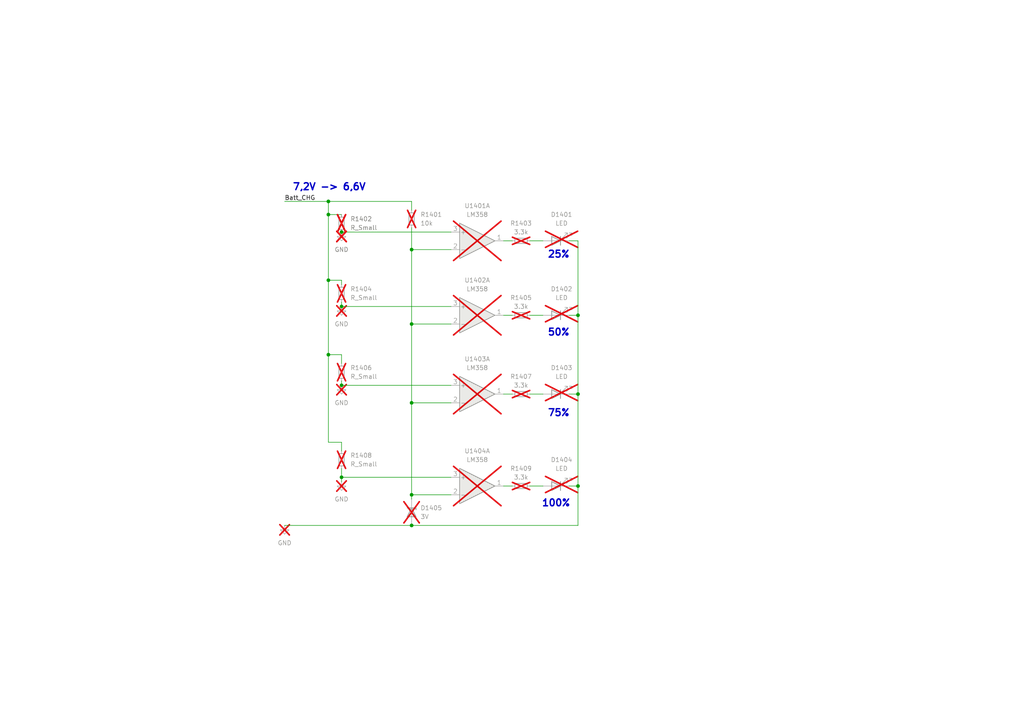
<source format=kicad_sch>
(kicad_sch (version 20231120) (generator "eeschema") (generator_version "8.0")
  (paper "A4")
  (lib_symbols
    (symbol "Amplifier_Operational:LM358" (pin_names (offset 0.127))
      (property "Reference" "U" (at 0 5.08 0))
      (property "Value" "LM358" (at 0 -5.08 0))
      (symbol "LM358_1_1"
        (polyline (pts (xy -5.08 5.08) (xy 5.08 0) (xy -5.08 -5.08) (xy -5.08 5.08)) (stroke (width 0.254)) (fill (type background)))
        (pin output line (at 7.62 0 180) (length 2.54) (name "~") (number "1"))
        (pin input line (at -7.62 -2.54 0) (length 2.54) (name "-") (number "2"))
        (pin input line (at -7.62 2.54 0) (length 2.54) (name "+") (number "3"))
      )
      (symbol "LM358_2_1"
        (polyline (pts (xy -5.08 5.08) (xy 5.08 0) (xy -5.08 -5.08) (xy -5.08 5.08)) (stroke (width 0.254)) (fill (type background)))
        (pin input line (at -7.62 2.54 0) (length 2.54) (name "+") (number "5"))
        (pin input line (at -7.62 -2.54 0) (length 2.54) (name "-") (number "6"))
        (pin output line (at 7.62 0 180) (length 2.54) (name "~") (number "7"))
      )
      (symbol "LM358_3_1"
        (pin power_in line (at -2.54 -7.62 90) (length 3.81) (name "V-") (number "4"))
        (pin power_in line (at -2.54 7.62 270) (length 3.81) (name "V+") (number "8"))
      )
    )
    (symbol "Device:D_Zener" (pin_numbers hide) (pin_names (offset 1.016) hide)
      (property "Reference" "D" (at 0 2.54 0))
      (property "Value" "D_Zener" (at 0 -2.54 0))
      (symbol "D_Zener_0_1"
        (polyline (pts (xy 1.27 0) (xy -1.27 0)))
        (polyline (pts (xy -1.27 -1.27) (xy -1.27 1.27) (xy -0.762 1.27)) (stroke (width 0.254)))
        (polyline (pts (xy 1.27 -1.27) (xy 1.27 1.27) (xy -1.27 0) (xy 1.27 -1.27)) (stroke (width 0.254)))
      )
      (symbol "D_Zener_1_1"
        (pin passive line (at -3.81 0 0) (length 2.54) (name "K") (number "1"))
        (pin passive line (at 3.81 0 180) (length 2.54) (name "A") (number "2"))
      )
    )
    (symbol "Device:LED" (pin_numbers hide) (pin_names (offset 1.016) hide)
      (property "Reference" "D" (at 0 2.54 0))
      (property "Value" "LED" (at 0 -2.54 0))
      (symbol "LED_0_1"
        (polyline (pts (xy -1.27 -1.27) (xy -1.27 1.27)) (stroke (width 0.254)))
        (polyline (pts (xy -1.27 0) (xy 1.27 0)))
        (polyline (pts (xy 1.27 -1.27) (xy 1.27 1.27) (xy -1.27 0) (xy 1.27 -1.27)) (stroke (width 0.254)))
        (polyline (pts (xy -3.048 -0.762) (xy -4.572 -2.286) (xy -3.81 -2.286) (xy -4.572 -2.286) (xy -4.572 -1.524)))
        (polyline (pts (xy -1.778 -0.762) (xy -3.302 -2.286) (xy -2.54 -2.286) (xy -3.302 -2.286) (xy -3.302 -1.524)))
      )
      (symbol "LED_1_1"
        (pin passive line (at -3.81 0 0) (length 2.54) (name "K") (number "1"))
        (pin passive line (at 3.81 0 180) (length 2.54) (name "A") (number "2"))
      )
    )
    (symbol "Device:R_Small" (pin_numbers hide) (pin_names (offset 0.254) hide)
      (property "Reference" "R" (at 0.762 0.508 0))
      (property "Value" "R_Small" (at 0.762 -1.016 0))
      (symbol "R_Small_0_1"
        (rectangle (start -0.762 1.778) (end 0.762 -1.778) (stroke (width 0.2032)))
      )
      (symbol "R_Small_1_1"
        (pin passive line (at 0 2.54 270) (length 0.762) (name "~") (number "1"))
        (pin passive line (at 0 -2.54 90) (length 0.762) (name "~") (number "2"))
      )
    )
    (symbol "GND_8" (power) (pin_numbers hide) (pin_names (offset 0) hide)
      (property "Value" "GND" (at 0 -3.81 0))
      (symbol "GND_8_0_1"
        (polyline (pts (xy 0 0) (xy 0 -1.27) (xy 1.27 -1.27) (xy 0 -2.54) (xy -1.27 -1.27) (xy 0 -1.27)))
      )
      (symbol "GND_8_1_1"
        (pin power_in line (at 0 0 270) (length 0) (name "~") (number "1"))
      )
    )
  )
  (junction (at 99.06 111.76))
  (junction (at 119.38 116.84))
  (junction (at 95.25 62.23))
  (junction (at 95.25 81.28))
  (junction (at 167.64 91.44))
  (junction (at 95.25 102.87))
  (junction (at 99.06 138.43))
  (junction (at 167.64 114.3))
  (junction (at 119.38 72.39))
  (junction (at 99.06 67.31))
  (junction (at 95.25 58.42))
  (junction (at 119.38 143.51))
  (junction (at 119.38 152.4))
  (junction (at 119.38 93.98))
  (junction (at 99.06 88.9))
  (junction (at 167.64 140.97))
  (wire (pts (xy 95.25 58.42) (xy 119.38 58.42)))
  (wire (pts (xy 95.25 62.23) (xy 95.25 58.42)))
  (wire (pts (xy 153.67 91.44) (xy 157.48 91.44)))
  (wire (pts (xy 119.38 116.84) (xy 119.38 143.51)))
  (wire (pts (xy 167.64 69.85) (xy 167.64 91.44)))
  (wire (pts (xy 95.25 81.28) (xy 95.25 62.23)))
  (wire (pts (xy 119.38 72.39) (xy 119.38 93.98)))
  (wire (pts (xy 99.06 105.41) (xy 99.06 102.87)))
  (wire (pts (xy 153.67 69.85) (xy 157.48 69.85)))
  (wire (pts (xy 119.38 72.39) (xy 130.81 72.39)))
  (wire (pts (xy 165.1 69.85) (xy 167.64 69.85)))
  (wire (pts (xy 146.05 140.97) (xy 148.59 140.97)))
  (wire (pts (xy 119.38 93.98) (xy 119.38 116.84)))
  (wire (pts (xy 119.38 143.51) (xy 119.38 144.78)))
  (wire (pts (xy 153.67 114.3) (xy 157.48 114.3)))
  (wire (pts (xy 119.38 66.04) (xy 119.38 72.39)))
  (wire (pts (xy 119.38 116.84) (xy 130.81 116.84)))
  (wire (pts (xy 82.55 152.4) (xy 119.38 152.4)))
  (wire (pts (xy 99.06 88.9) (xy 130.81 88.9)))
  (wire (pts (xy 99.06 87.63) (xy 99.06 88.9)))
  (wire (pts (xy 146.05 69.85) (xy 148.59 69.85)))
  (wire (pts (xy 99.06 110.49) (xy 99.06 111.76)))
  (wire (pts (xy 99.06 135.89) (xy 99.06 138.43)))
  (wire (pts (xy 146.05 91.44) (xy 148.59 91.44)))
  (wire (pts (xy 119.38 58.42) (xy 119.38 60.96)))
  (wire (pts (xy 95.25 102.87) (xy 95.25 128.27)))
  (wire (pts (xy 167.64 114.3) (xy 167.64 140.97)))
  (wire (pts (xy 167.64 91.44) (xy 167.64 114.3)))
  (wire (pts (xy 130.81 111.76) (xy 99.06 111.76)))
  (wire (pts (xy 99.06 67.31) (xy 130.81 67.31)))
  (wire (pts (xy 99.06 81.28) (xy 95.25 81.28)))
  (wire (pts (xy 99.06 130.81) (xy 99.06 128.27)))
  (wire (pts (xy 119.38 93.98) (xy 130.81 93.98)))
  (wire (pts (xy 99.06 128.27) (xy 95.25 128.27)))
  (wire (pts (xy 165.1 91.44) (xy 167.64 91.44)))
  (wire (pts (xy 165.1 140.97) (xy 167.64 140.97)))
  (wire (pts (xy 99.06 102.87) (xy 95.25 102.87)))
  (wire (pts (xy 153.67 140.97) (xy 157.48 140.97)))
  (wire (pts (xy 95.25 62.23) (xy 99.06 62.23)))
  (wire (pts (xy 146.05 114.3) (xy 148.59 114.3)))
  (wire (pts (xy 82.55 58.42) (xy 95.25 58.42)))
  (wire (pts (xy 99.06 138.43) (xy 99.06 139.7)))
  (wire (pts (xy 167.64 140.97) (xy 167.64 152.4)))
  (wire (pts (xy 165.1 114.3) (xy 167.64 114.3)))
  (wire (pts (xy 99.06 82.55) (xy 99.06 81.28)))
  (wire (pts (xy 119.38 143.51) (xy 130.81 143.51)))
  (wire (pts (xy 95.25 81.28) (xy 95.25 102.87)))
  (wire (pts (xy 119.38 152.4) (xy 167.64 152.4)))
  (wire (pts (xy 99.06 138.43) (xy 130.81 138.43)))
  (text "25%\n" (at 162.052 73.914 0) (effects (font (size 2 2) (thickness 0.4) (bold yes))))
  (text "75%" (at 162.052 119.888 0) (effects (font (size 2 2) (thickness 0.4) (bold yes))))
  (text "50%\n" (at 162.052 96.52 0) (effects (font (size 2 2) (thickness 0.4) (bold yes))))
  (text "100%\n" (at 161.29 146.05 0) (effects (font (size 2 2) (thickness 0.4) (bold yes))))
  (text "7,2V -> 6,6V" (at 95.504 54.356 0) (effects (font (size 2 2) (thickness 0.4) (bold yes))))
  (label "Batt_CHG" (at 82.55 58.42 0))
  (symbol (lib_name "GND_8") (lib_id "power:GND") (at 99.06 88.9 0) (unit 1) (in_bom no) (on_board no) (dnp yes)
    (property "Reference" "#PWR01402" (effects (hide yes)))
    (property "Value" "GND" (at 99.06 93.98 0))
    (property "Description" "Power symbol creates a global label with name \"GND\" , ground" (effects (hide yes)))
  )
  (symbol (lib_name "GND_8") (lib_id "power:GND") (at 99.06 139.7 0) (unit 1) (in_bom no) (on_board no) (dnp yes)
    (property "Reference" "#PWR01404" (effects (hide yes)))
    (property "Value" "GND" (at 99.06 144.78 0))
    (property "Description" "Power symbol creates a global label with name \"GND\" , ground" (effects (hide yes)))
  )
  (symbol (lib_id "Amplifier_Operational:LM358") (at 138.43 114.3 0) (unit 1) (in_bom no) (on_board no) (dnp yes)
    (property "Reference" "U1403" (at 138.43 104.14 0))
    (property "Value" "LM358" (at 138.43 106.68 0))
    (property "Datasheet" "http://www.ti.com/lit/ds/symlink/lm2904-n.pdf" (effects (hide yes)))
    (property "Description" "Low-Power, Dual Operational Amplifiers, DIP-8/SOIC-8/TO-99-8" (effects (hide yes)))
  )
  (symbol (lib_id "Device:R_Small") (at 99.06 133.35 0) (unit 1) (in_bom no) (on_board no) (dnp yes)
    (property "Reference" "R1408" (at 101.6 132.0799 0) (effects (justify left)))
    (property "Value" "R_Small" (at 101.6 134.6199 0) (effects (justify left)))
    (property "Description" "Resistor, small symbol" (effects (hide yes)))
  )
  (symbol (lib_id "Device:R_Small") (at 151.13 69.85 90) (unit 1) (in_bom no) (on_board no) (dnp yes)
    (property "Reference" "R1403" (at 151.13 64.77 90))
    (property "Value" "3.3k" (at 151.13 67.31 90))
    (property "Description" "Resistor, small symbol" (effects (hide yes)))
  )
  (symbol (lib_id "Device:LED") (at 161.29 91.44 180) (unit 1) (in_bom no) (on_board no) (dnp yes)
    (property "Reference" "D1402" (at 162.8775 83.82 0))
    (property "Value" "LED" (at 162.8775 86.36 0))
    (property "Description" "Light emitting diode" (effects (hide yes)))
  )
  (symbol (lib_name "GND_8") (lib_id "power:GND") (at 82.55 152.4 0) (unit 1) (in_bom no) (on_board no) (dnp yes)
    (property "Reference" "#PWR01405" (effects (hide yes)))
    (property "Value" "GND" (at 82.55 157.48 0))
    (property "Description" "Power symbol creates a global label with name \"GND\" , ground" (effects (hide yes)))
  )
  (symbol (lib_id "Device:R_Small") (at 151.13 114.3 90) (unit 1) (in_bom no) (on_board no) (dnp yes)
    (property "Reference" "R1407" (at 151.13 109.22 90))
    (property "Value" "3.3k" (at 151.13 111.76 90))
    (property "Description" "Resistor, small symbol" (effects (hide yes)))
  )
  (symbol (lib_name "GND_8") (lib_id "power:GND") (at 99.06 111.76 0) (unit 1) (in_bom no) (on_board no) (dnp yes)
    (property "Reference" "#PWR01403" (effects (hide yes)))
    (property "Value" "GND" (at 99.06 116.84 0))
    (property "Description" "Power symbol creates a global label with name \"GND\" , ground" (effects (hide yes)))
  )
  (symbol (lib_id "Device:R_Small") (at 151.13 91.44 90) (unit 1) (in_bom no) (on_board no) (dnp yes)
    (property "Reference" "R1405" (at 151.13 86.36 90))
    (property "Value" "3.3k" (at 151.13 88.9 90))
    (property "Description" "Resistor, small symbol" (effects (hide yes)))
  )
  (symbol (lib_id "Device:LED") (at 161.29 140.97 180) (unit 1) (in_bom no) (on_board no) (dnp yes)
    (property "Reference" "D1404" (at 162.8775 133.35 0))
    (property "Value" "LED" (at 162.8775 135.89 0))
    (property "Description" "Light emitting diode" (effects (hide yes)))
  )
  (symbol (lib_id "Device:D_Zener") (at 119.38 148.59 270) (unit 1) (in_bom no) (on_board no) (dnp yes)
    (property "Reference" "D1405" (at 121.92 147.3199 90) (effects (justify left)))
    (property "Value" "3V" (at 121.92 149.8599 90) (effects (justify left)))
    (property "Description" "Zener diode" (effects (hide yes)))
  )
  (symbol (lib_id "Amplifier_Operational:LM358") (at 138.43 140.97 0) (unit 1) (in_bom no) (on_board no) (dnp yes)
    (property "Reference" "U1404" (at 138.43 130.81 0))
    (property "Value" "LM358" (at 138.43 133.35 0))
    (property "Datasheet" "http://www.ti.com/lit/ds/symlink/lm2904-n.pdf" (effects (hide yes)))
    (property "Description" "Low-Power, Dual Operational Amplifiers, DIP-8/SOIC-8/TO-99-8" (effects (hide yes)))
  )
  (symbol (lib_id "Device:R_Small") (at 119.38 63.5 180) (unit 1) (in_bom no) (on_board no) (dnp yes)
    (property "Reference" "R1401" (at 121.92 62.2299 0) (effects (justify right)))
    (property "Value" "10k" (at 121.92 64.7699 0) (effects (justify right)))
    (property "Description" "Resistor, small symbol" (effects (hide yes)))
  )
  (symbol (lib_id "Amplifier_Operational:LM358") (at 138.43 69.85 0) (unit 1) (in_bom no) (on_board no) (dnp yes)
    (property "Reference" "U1401" (at 138.43 59.69 0))
    (property "Value" "LM358" (at 138.43 62.23 0))
    (property "Datasheet" "http://www.ti.com/lit/ds/symlink/lm2904-n.pdf" (effects (hide yes)))
    (property "Description" "Low-Power, Dual Operational Amplifiers, DIP-8/SOIC-8/TO-99-8" (effects (hide yes)))
  )
  (symbol (lib_name "GND_8") (lib_id "power:GND") (at 99.06 67.31 0) (unit 1) (in_bom no) (on_board no) (dnp yes)
    (property "Reference" "#PWR01401" (effects (hide yes)))
    (property "Value" "GND" (at 99.06 72.39 0))
    (property "Description" "Power symbol creates a global label with name \"GND\" , ground" (effects (hide yes)))
  )
  (symbol (lib_id "Device:R_Small") (at 151.13 140.97 90) (unit 1) (in_bom no) (on_board no) (dnp yes)
    (property "Reference" "R1409" (at 151.13 135.89 90))
    (property "Value" "3.3k" (at 151.13 138.43 90))
    (property "Description" "Resistor, small symbol" (effects (hide yes)))
  )
  (symbol (lib_id "Device:R_Small") (at 99.06 107.95 0) (unit 1) (in_bom no) (on_board no) (dnp yes)
    (property "Reference" "R1406" (at 101.6 106.6799 0) (effects (justify left)))
    (property "Value" "R_Small" (at 101.6 109.2199 0) (effects (justify left)))
    (property "Description" "Resistor, small symbol" (effects (hide yes)))
  )
  (symbol (lib_id "Device:R_Small") (at 99.06 64.77 0) (unit 1) (in_bom no) (on_board no) (dnp yes)
    (property "Reference" "R1402" (at 101.6 63.4999 0) (effects (justify left)))
    (property "Value" "R_Small" (at 101.6 66.0399 0) (effects (justify left)))
    (property "Description" "Resistor, small symbol" (effects (hide yes)))
  )
  (symbol (lib_id "Device:R_Small") (at 99.06 85.09 0) (unit 1) (in_bom no) (on_board no) (dnp yes)
    (property "Reference" "R1404" (at 101.6 83.8199 0) (effects (justify left)))
    (property "Value" "R_Small" (at 101.6 86.3599 0) (effects (justify left)))
    (property "Description" "Resistor, small symbol" (effects (hide yes)))
  )
  (symbol (lib_id "Device:LED") (at 161.29 114.3 180) (unit 1) (in_bom no) (on_board no) (dnp yes)
    (property "Reference" "D1403" (at 162.8775 106.68 0))
    (property "Value" "LED" (at 162.8775 109.22 0))
    (property "Description" "Light emitting diode" (effects (hide yes)))
  )
  (symbol (lib_id "Amplifier_Operational:LM358") (at 138.43 91.44 0) (unit 1) (in_bom no) (on_board no) (dnp yes)
    (property "Reference" "U1402" (at 138.43 81.28 0))
    (property "Value" "LM358" (at 138.43 83.82 0))
    (property "Datasheet" "http://www.ti.com/lit/ds/symlink/lm2904-n.pdf" (effects (hide yes)))
    (property "Description" "Low-Power, Dual Operational Amplifiers, DIP-8/SOIC-8/TO-99-8" (effects (hide yes)))
  )
  (symbol (lib_id "Device:LED") (at 161.29 69.85 180) (unit 1) (in_bom no) (on_board no) (dnp yes)
    (property "Reference" "D1401" (at 162.8775 62.23 0))
    (property "Value" "LED" (at 162.8775 64.77 0))
    (property "Description" "Light emitting diode" (effects (hide yes)))
  )
)
</source>
